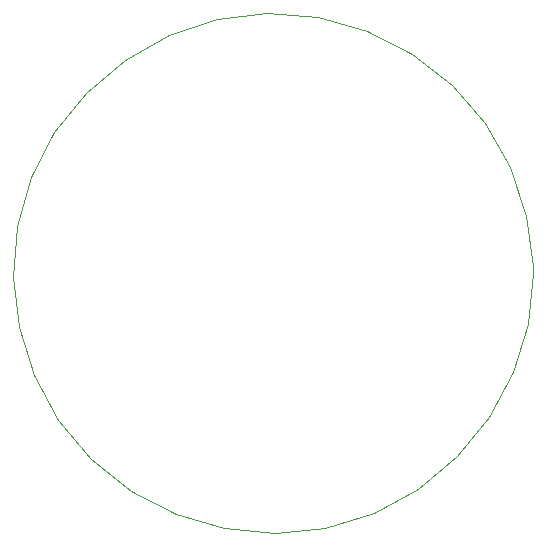
<source format=gbp>
G04 (created by PCBNEW-RS274X (2012-apr-16-27)-stable) date Mon 14 Apr 2014 03:48:45 PM EDT*
G01*
G70*
G90*
%MOIN*%
G04 Gerber Fmt 3.4, Leading zero omitted, Abs format*
%FSLAX34Y34*%
G04 APERTURE LIST*
%ADD10C,0.006000*%
%ADD11C,0.000400*%
G04 APERTURE END LIST*
G54D10*
G54D11*
X48032Y-39370D02*
X47867Y-41052D01*
X47378Y-42670D01*
X46584Y-44163D01*
X45516Y-45473D01*
X44213Y-46551D01*
X42726Y-47355D01*
X41111Y-47855D01*
X39430Y-48031D01*
X37747Y-47878D01*
X36126Y-47401D01*
X34628Y-46618D01*
X33310Y-45558D01*
X32223Y-44263D01*
X31409Y-42782D01*
X30898Y-41170D01*
X30709Y-39490D01*
X30851Y-37807D01*
X31317Y-36182D01*
X32090Y-34678D01*
X33140Y-33353D01*
X34427Y-32258D01*
X35903Y-31433D01*
X37510Y-30911D01*
X39189Y-30710D01*
X40874Y-30840D01*
X42502Y-31295D01*
X44011Y-32057D01*
X45343Y-33098D01*
X46448Y-34377D01*
X47283Y-35847D01*
X47816Y-37451D01*
X48028Y-39129D01*
X48032Y-39370D01*
M02*

</source>
